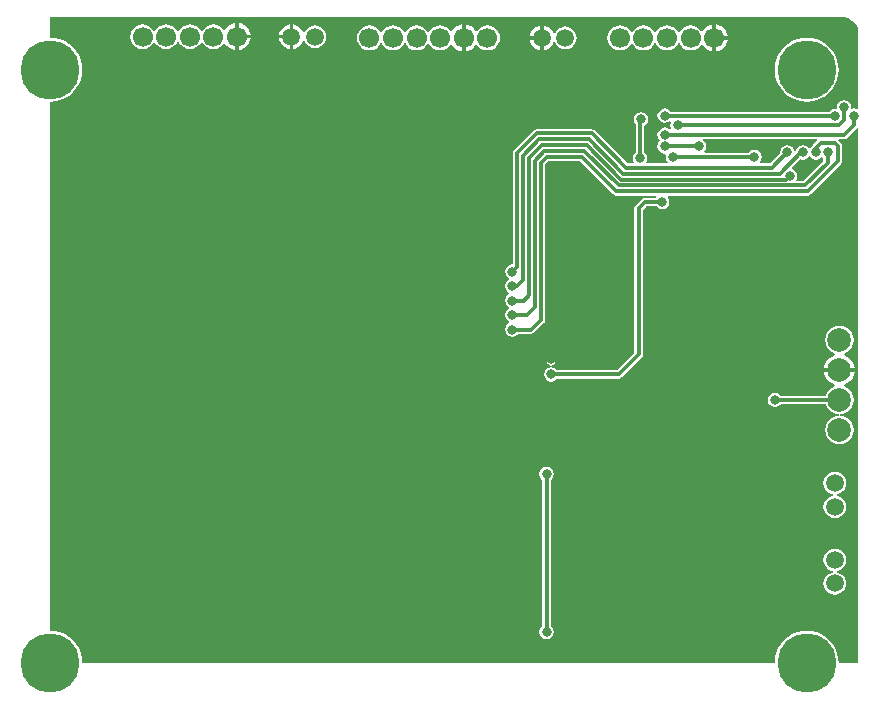
<source format=gtl>
G04 Layer_Physical_Order=1*
G04 Layer_Color=255*
%FSLAX25Y25*%
%MOIN*%
G70*
G01*
G75*
%ADD10C,0.01181*%
%ADD11C,0.19685*%
%ADD12C,0.05905*%
%ADD13C,0.06693*%
%ADD14C,0.07874*%
%ADD15C,0.03150*%
G36*
X285630Y234446D02*
X286961Y233538D01*
X288092Y232389D01*
X288976Y231049D01*
Y204288D01*
X288535Y204052D01*
X288323Y204194D01*
X287402Y204377D01*
X286999Y204297D01*
X286645Y204650D01*
X286660Y204724D01*
X286476Y205646D01*
X285954Y206427D01*
X285173Y206949D01*
X284251Y207133D01*
X283330Y206949D01*
X282548Y206427D01*
X282026Y205646D01*
X281843Y204724D01*
X281857Y204651D01*
X281504Y204297D01*
X281102Y204377D01*
X280181Y204194D01*
X279399Y203672D01*
X279200Y203374D01*
X226312D01*
X226113Y203672D01*
X225331Y204194D01*
X224410Y204377D01*
X223488Y204194D01*
X222706Y203672D01*
X222184Y202890D01*
X222001Y201969D01*
X222184Y201047D01*
X222706Y200266D01*
X223488Y199743D01*
X224410Y199560D01*
X225331Y199743D01*
X226071Y200238D01*
X226148Y200260D01*
X226252Y200246D01*
X226508Y199753D01*
X226508Y199706D01*
X226332Y198819D01*
X226508Y197931D01*
X226508Y197885D01*
X226252Y197391D01*
X226148Y197377D01*
X226071Y197400D01*
X225331Y197894D01*
X224410Y198078D01*
X223488Y197894D01*
X222706Y197372D01*
X222184Y196591D01*
X222001Y195669D01*
X222184Y194748D01*
X222674Y194015D01*
X222729Y193843D01*
Y193558D01*
X222674Y193387D01*
X222184Y192654D01*
X222001Y191732D01*
X222184Y190811D01*
X222706Y190029D01*
X223488Y189507D01*
X224410Y189324D01*
X224545Y189351D01*
X224900Y188912D01*
X224756Y188189D01*
X224940Y187267D01*
X225419Y186551D01*
X225282Y186051D01*
X218418D01*
X218151Y186551D01*
X218367Y186874D01*
X218550Y187795D01*
X218367Y188717D01*
X217845Y189498D01*
X217547Y189698D01*
Y198622D01*
X218238Y199084D01*
X218761Y199866D01*
X218944Y200787D01*
X218761Y201709D01*
X218238Y202490D01*
X217457Y203013D01*
X216535Y203196D01*
X215614Y203013D01*
X214832Y202490D01*
X214310Y201709D01*
X214127Y200787D01*
X214310Y199866D01*
X214737Y199227D01*
Y189698D01*
X214439Y189498D01*
X213917Y188717D01*
X213733Y187795D01*
X213917Y186874D01*
X214132Y186551D01*
X213865Y186051D01*
X212083D01*
X201077Y197056D01*
X200622Y197361D01*
X200084Y197468D01*
X181806D01*
X181268Y197361D01*
X180812Y197056D01*
X174203Y190447D01*
X173899Y189992D01*
X173792Y189454D01*
Y152548D01*
X173622Y152409D01*
X172700Y152225D01*
X171919Y151703D01*
X171397Y150922D01*
X171214Y150000D01*
X171397Y149078D01*
X171919Y148297D01*
X172563Y147866D01*
X172587Y147787D01*
Y147390D01*
X172563Y147311D01*
X171919Y146880D01*
X171397Y146099D01*
X171214Y145177D01*
X171397Y144255D01*
X171919Y143474D01*
X172563Y143043D01*
X172587Y142964D01*
Y142567D01*
X172563Y142488D01*
X171919Y142057D01*
X171397Y141276D01*
X171214Y140354D01*
X171397Y139433D01*
X171919Y138651D01*
X172563Y138221D01*
X172587Y138141D01*
Y137744D01*
X172563Y137665D01*
X171919Y137234D01*
X171397Y136453D01*
X171214Y135531D01*
X171397Y134610D01*
X171919Y133828D01*
X172563Y133398D01*
X172587Y133318D01*
Y132922D01*
X172563Y132842D01*
X171919Y132412D01*
X171397Y131630D01*
X171214Y130709D01*
X171397Y129787D01*
X171919Y129006D01*
X172700Y128483D01*
X173622Y128300D01*
X174544Y128483D01*
X175325Y129006D01*
X175524Y129304D01*
X179921D01*
X180459Y129411D01*
X180915Y129715D01*
X184064Y132865D01*
X184369Y133321D01*
X184476Y133858D01*
Y185610D01*
X185649Y186784D01*
X196240D01*
X207246Y175778D01*
X207702Y175474D01*
X208240Y175367D01*
X221392D01*
X221644Y174867D01*
X221472Y174633D01*
X217717D01*
X217179Y174526D01*
X216723Y174222D01*
X214755Y172253D01*
X214450Y171798D01*
X214343Y171260D01*
Y123023D01*
X208473Y117153D01*
X188516D01*
X188317Y117451D01*
X187536Y117973D01*
X186614Y118157D01*
X185693Y117973D01*
X184911Y117451D01*
X184389Y116670D01*
X184206Y115748D01*
X184389Y114826D01*
X184911Y114045D01*
X185693Y113523D01*
X186614Y113340D01*
X187536Y113523D01*
X188317Y114045D01*
X188516Y114343D01*
X209055D01*
X209593Y114450D01*
X210049Y114755D01*
X216741Y121448D01*
X217046Y121903D01*
X217153Y122441D01*
Y170678D01*
X218110Y171635D01*
X218299Y171823D01*
X221719D01*
X221919Y171525D01*
X222700Y171003D01*
X223622Y170820D01*
X224543Y171003D01*
X225325Y171525D01*
X225847Y172307D01*
X226030Y173228D01*
X225847Y174150D01*
X225481Y174697D01*
X225368Y174867D01*
X225505Y175367D01*
X272075D01*
X272613Y175474D01*
X273069Y175778D01*
X283277Y185986D01*
X283581Y186442D01*
X283688Y186980D01*
Y191732D01*
X283581Y192270D01*
X283277Y192726D01*
X282238Y193764D01*
X282440Y194264D01*
X284252D01*
X284790Y194371D01*
X285245Y194676D01*
X288395Y197826D01*
X288476Y197947D01*
X288976Y197795D01*
X288976Y19685D01*
X282458D01*
X282458Y19685D01*
X282327Y21353D01*
X281936Y22980D01*
X281296Y24526D01*
X280422Y25953D01*
X279335Y27225D01*
X278063Y28311D01*
X276636Y29186D01*
X275090Y29826D01*
X273463Y30217D01*
X271795Y30348D01*
X270127Y30217D01*
X268500Y29826D01*
X266954Y29186D01*
X265528Y28311D01*
X264255Y27225D01*
X263169Y25953D01*
X262295Y24526D01*
X261654Y22980D01*
X261264Y21353D01*
X261133Y19685D01*
X261133Y19685D01*
X30848Y19685D01*
X30348Y19685D01*
X30217Y21353D01*
X29826Y22980D01*
X29186Y24526D01*
X28311Y25953D01*
X27225Y27225D01*
X25953Y28311D01*
X24526Y29186D01*
X22980Y29826D01*
X21353Y30217D01*
X19685Y30348D01*
X19685Y30848D01*
X19685Y206660D01*
X19685Y206660D01*
X21353Y206791D01*
X22980Y207182D01*
X24526Y207822D01*
X25953Y208697D01*
X27225Y209783D01*
X28311Y211055D01*
X29186Y212482D01*
X29826Y214028D01*
X30217Y215655D01*
X30348Y217323D01*
X30217Y218991D01*
X29826Y220618D01*
X29186Y222164D01*
X28311Y223590D01*
X27225Y224863D01*
X25953Y225949D01*
X24526Y226823D01*
X22980Y227464D01*
X21353Y227854D01*
X19685Y227986D01*
X19685Y227986D01*
Y235039D01*
X284242Y235039D01*
X285630Y234446D01*
D02*
G37*
G36*
X275242Y193764D02*
X273809Y192332D01*
X273505Y191876D01*
X273473Y191716D01*
X273099Y191466D01*
X272887Y191149D01*
X272387D01*
X272175Y191466D01*
X271394Y191989D01*
X270472Y192172D01*
X269550Y191989D01*
X268769Y191466D01*
X268247Y190685D01*
X268168Y190289D01*
X267658D01*
X267580Y190685D01*
X267057Y191467D01*
X266276Y191989D01*
X265354Y192172D01*
X264433Y191989D01*
X263651Y191467D01*
X263129Y190685D01*
X262946Y189764D01*
X263016Y189412D01*
X259654Y186051D01*
X256214D01*
X256077Y186551D01*
X256556Y187267D01*
X256739Y188189D01*
X256556Y189111D01*
X256034Y189892D01*
X255252Y190414D01*
X254331Y190597D01*
X253409Y190414D01*
X252628Y189892D01*
X252429Y189594D01*
X237710D01*
X237573Y190094D01*
X238052Y190811D01*
X238235Y191732D01*
X238052Y192654D01*
X237530Y193435D01*
X237037Y193764D01*
X237189Y194264D01*
X275041D01*
X275242Y193764D01*
D02*
G37*
G36*
X273099Y188060D02*
X273881Y187538D01*
X274803Y187355D01*
X275724Y187538D01*
X276458Y188028D01*
X276628Y188084D01*
X276914D01*
X277086Y188028D01*
X277335Y187862D01*
Y186802D01*
X270678Y180145D01*
X268418D01*
X268151Y180645D01*
X268366Y180968D01*
X268550Y181889D01*
X268366Y182811D01*
X267844Y183592D01*
X267063Y184115D01*
X266845Y184158D01*
X266699Y184636D01*
X269593Y187530D01*
X270472Y187355D01*
X271394Y187538D01*
X272175Y188060D01*
X272387Y188378D01*
X272887D01*
X273099Y188060D01*
D02*
G37*
%LPC*%
G36*
X158071Y232442D02*
Y227953D01*
Y223464D01*
X158662Y223542D01*
X159764Y223998D01*
X160709Y224724D01*
X161350Y225559D01*
X161756Y225627D01*
X161948Y225601D01*
X162406Y225005D01*
X163270Y224342D01*
X164275Y223925D01*
X165354Y223783D01*
X166434Y223925D01*
X167439Y224342D01*
X168303Y225005D01*
X168965Y225868D01*
X169382Y226874D01*
X169524Y227953D01*
X169382Y229032D01*
X168965Y230037D01*
X168303Y230901D01*
X167439Y231564D01*
X166434Y231980D01*
X165354Y232122D01*
X164275Y231980D01*
X163270Y231564D01*
X162406Y230901D01*
X161948Y230304D01*
X161756Y230279D01*
X161350Y230347D01*
X160709Y231182D01*
X159764Y231908D01*
X158662Y232364D01*
X158071Y232442D01*
D02*
G37*
G36*
X245434Y227362D02*
X241535D01*
Y223464D01*
X242127Y223542D01*
X243228Y223998D01*
X244174Y224724D01*
X244900Y225669D01*
X245356Y226771D01*
X245434Y227362D01*
D02*
G37*
G36*
X271795Y227986D02*
X270127Y227854D01*
X268500Y227464D01*
X266954Y226823D01*
X265528Y225949D01*
X264255Y224863D01*
X263169Y223590D01*
X262295Y222164D01*
X261654Y220618D01*
X261264Y218991D01*
X261133Y217323D01*
X261264Y215655D01*
X261654Y214028D01*
X262295Y212482D01*
X263169Y211055D01*
X264255Y209783D01*
X265528Y208697D01*
X266954Y207822D01*
X268500Y207182D01*
X270127Y206791D01*
X271795Y206660D01*
X273463Y206791D01*
X275090Y207182D01*
X276636Y207822D01*
X278063Y208697D01*
X279335Y209783D01*
X280422Y211055D01*
X281296Y212482D01*
X281936Y214028D01*
X282327Y215655D01*
X282458Y217323D01*
X282327Y218991D01*
X281936Y220618D01*
X281296Y222164D01*
X280422Y223590D01*
X279335Y224863D01*
X278063Y225949D01*
X276636Y226823D01*
X275090Y227464D01*
X273463Y227854D01*
X271795Y227986D01*
D02*
G37*
G36*
X281102Y83300D02*
X280126Y83171D01*
X279216Y82795D01*
X278435Y82195D01*
X277835Y81414D01*
X277459Y80504D01*
X277330Y79528D01*
X277459Y78551D01*
X277835Y77641D01*
X278435Y76860D01*
X279216Y76261D01*
X280126Y75884D01*
X280437Y75843D01*
Y75338D01*
X280126Y75297D01*
X279216Y74921D01*
X278435Y74321D01*
X277835Y73540D01*
X277459Y72630D01*
X277330Y71654D01*
X277459Y70677D01*
X277835Y69767D01*
X278435Y68986D01*
X279216Y68387D01*
X280126Y68010D01*
X281102Y67881D01*
X282079Y68010D01*
X282989Y68387D01*
X283770Y68986D01*
X284369Y69767D01*
X284746Y70677D01*
X284875Y71654D01*
X284746Y72630D01*
X284369Y73540D01*
X283770Y74321D01*
X282989Y74921D01*
X282079Y75297D01*
X281768Y75338D01*
Y75843D01*
X282079Y75884D01*
X282989Y76261D01*
X283770Y76860D01*
X284369Y77641D01*
X284746Y78551D01*
X284875Y79528D01*
X284746Y80504D01*
X284369Y81414D01*
X283770Y82195D01*
X282989Y82795D01*
X282079Y83171D01*
X281102Y83300D01*
D02*
G37*
G36*
Y57709D02*
X280126Y57581D01*
X279216Y57204D01*
X278435Y56604D01*
X277835Y55823D01*
X277459Y54913D01*
X277330Y53937D01*
X277459Y52961D01*
X277835Y52051D01*
X278435Y51270D01*
X279216Y50670D01*
X280126Y50293D01*
X280437Y50252D01*
Y49748D01*
X280126Y49707D01*
X279216Y49330D01*
X278435Y48730D01*
X277835Y47949D01*
X277459Y47039D01*
X277330Y46063D01*
X277459Y45087D01*
X277835Y44177D01*
X278435Y43396D01*
X279216Y42796D01*
X280126Y42419D01*
X281102Y42291D01*
X282079Y42419D01*
X282989Y42796D01*
X283770Y43396D01*
X284369Y44177D01*
X284746Y45087D01*
X284875Y46063D01*
X284746Y47039D01*
X284369Y47949D01*
X283770Y48730D01*
X282989Y49330D01*
X282079Y49707D01*
X281768Y49748D01*
Y50252D01*
X282079Y50293D01*
X282989Y50670D01*
X283770Y51270D01*
X284369Y52051D01*
X284746Y52961D01*
X284875Y53937D01*
X284746Y54913D01*
X284369Y55823D01*
X283770Y56604D01*
X282989Y57204D01*
X282079Y57581D01*
X281102Y57709D01*
D02*
G37*
G36*
X185039Y84987D02*
X184118Y84804D01*
X183336Y84282D01*
X182814Y83500D01*
X182631Y82579D01*
X182814Y81657D01*
X183336Y80876D01*
X183634Y80677D01*
Y31824D01*
X183336Y31624D01*
X182814Y30843D01*
X182631Y29921D01*
X182814Y29000D01*
X183336Y28218D01*
X184118Y27696D01*
X185039Y27513D01*
X185961Y27696D01*
X186742Y28218D01*
X187265Y29000D01*
X187448Y29921D01*
X187265Y30843D01*
X186742Y31624D01*
X186444Y31824D01*
Y80677D01*
X186742Y80876D01*
X187265Y81657D01*
X187448Y82579D01*
X187265Y83500D01*
X186742Y84282D01*
X185961Y84804D01*
X185039Y84987D01*
D02*
G37*
G36*
X186614Y122271D02*
X186076Y122164D01*
X185621Y121860D01*
X185316Y121404D01*
X185209Y120866D01*
Y120079D01*
X185316Y119541D01*
X185621Y119085D01*
X185621Y119085D01*
X186077Y118781D01*
X186614Y118674D01*
X187152Y118781D01*
X187608Y119085D01*
X187912Y119541D01*
X188019Y120079D01*
X188019Y120080D01*
Y120866D01*
X187912Y121404D01*
X187608Y121860D01*
X187152Y122164D01*
X186614Y122271D01*
D02*
G37*
G36*
X282677Y131970D02*
X281444Y131807D01*
X280295Y131332D01*
X279308Y130574D01*
X278550Y129587D01*
X278074Y128438D01*
X277912Y127205D01*
X278074Y125971D01*
X278550Y124822D01*
X279308Y123835D01*
X280295Y123078D01*
X281260Y122678D01*
X281292Y122486D01*
X281235Y122147D01*
X280096Y121675D01*
X279027Y120855D01*
X278206Y119786D01*
X277691Y118541D01*
X277593Y117795D01*
X282677D01*
X287762D01*
X287664Y118541D01*
X287148Y119786D01*
X286327Y120855D01*
X285258Y121675D01*
X284119Y122147D01*
X284062Y122486D01*
X284094Y122678D01*
X285060Y123078D01*
X286047Y123835D01*
X286804Y124822D01*
X287280Y125971D01*
X287442Y127205D01*
X287280Y128438D01*
X286804Y129587D01*
X286047Y130574D01*
X285060Y131332D01*
X283910Y131807D01*
X282677Y131970D01*
D02*
G37*
G36*
X287762Y116614D02*
X282677D01*
X277593D01*
X277691Y115869D01*
X278206Y114624D01*
X279027Y113554D01*
X280096Y112734D01*
X281235Y112262D01*
X281292Y111924D01*
X281260Y111732D01*
X280295Y111331D01*
X279308Y110574D01*
X278550Y109587D01*
X278178Y108688D01*
X263123D01*
X262924Y108986D01*
X262142Y109509D01*
X261221Y109692D01*
X260299Y109509D01*
X259517Y108986D01*
X258995Y108205D01*
X258812Y107283D01*
X258995Y106362D01*
X259517Y105580D01*
X260299Y105058D01*
X261221Y104875D01*
X262142Y105058D01*
X262924Y105580D01*
X263123Y105878D01*
X278113D01*
X278550Y104822D01*
X279308Y103835D01*
X280295Y103078D01*
X281444Y102602D01*
X282321Y102486D01*
X282545Y102457D01*
Y101953D01*
X282321Y101923D01*
X281444Y101807D01*
X280295Y101331D01*
X279308Y100574D01*
X278550Y99587D01*
X278074Y98438D01*
X277912Y97205D01*
X278074Y95971D01*
X278550Y94822D01*
X279308Y93835D01*
X280295Y93078D01*
X281444Y92602D01*
X282677Y92440D01*
X283910Y92602D01*
X285060Y93078D01*
X286047Y93835D01*
X286804Y94822D01*
X287280Y95971D01*
X287442Y97205D01*
X287280Y98438D01*
X286804Y99587D01*
X286047Y100574D01*
X285060Y101331D01*
X283910Y101807D01*
X283033Y101923D01*
X282809Y101953D01*
Y102457D01*
X283033Y102486D01*
X283910Y102602D01*
X285060Y103078D01*
X286047Y103835D01*
X286804Y104822D01*
X287280Y105971D01*
X287442Y107205D01*
X287280Y108438D01*
X286804Y109587D01*
X286047Y110574D01*
X285060Y111331D01*
X284094Y111732D01*
X284062Y111924D01*
X284119Y112262D01*
X285258Y112734D01*
X286327Y113554D01*
X287148Y114624D01*
X287664Y115869D01*
X287762Y116614D01*
D02*
G37*
G36*
X82480Y232835D02*
Y228937D01*
X86379D01*
X86301Y229528D01*
X85845Y230630D01*
X85119Y231576D01*
X84173Y232301D01*
X83072Y232757D01*
X82480Y232835D01*
D02*
G37*
G36*
X99410Y232438D02*
X98921Y232374D01*
X97915Y231957D01*
X97052Y231295D01*
X96389Y230431D01*
X95973Y229426D01*
X95908Y228937D01*
X99410D01*
Y232438D01*
D02*
G37*
G36*
X241535Y232442D02*
Y228543D01*
X245434D01*
X245356Y229135D01*
X244900Y230236D01*
X244174Y231182D01*
X243228Y231908D01*
X242127Y232364D01*
X241535Y232442D01*
D02*
G37*
G36*
X81299Y232835D02*
X80708Y232757D01*
X79606Y232301D01*
X78661Y231576D01*
X78020Y230740D01*
X77614Y230672D01*
X77422Y230698D01*
X76964Y231295D01*
X76100Y231957D01*
X75095Y232374D01*
X74016Y232516D01*
X72937Y232374D01*
X71931Y231957D01*
X71067Y231295D01*
X70405Y230431D01*
X70329Y230247D01*
X69829D01*
X69753Y230431D01*
X69090Y231295D01*
X68226Y231957D01*
X67221Y232374D01*
X66142Y232516D01*
X65063Y232374D01*
X64057Y231957D01*
X63193Y231295D01*
X62531Y230431D01*
X62455Y230247D01*
X61955D01*
X61879Y230431D01*
X61216Y231295D01*
X60352Y231957D01*
X59347Y232374D01*
X58268Y232516D01*
X57189Y232374D01*
X56183Y231957D01*
X55319Y231295D01*
X54657Y230431D01*
X54581Y230247D01*
X54081D01*
X54005Y230431D01*
X53342Y231295D01*
X52478Y231957D01*
X51473Y232374D01*
X50394Y232516D01*
X49315Y232374D01*
X48309Y231957D01*
X47445Y231295D01*
X46783Y230431D01*
X46366Y229426D01*
X46224Y228346D01*
X46366Y227267D01*
X46783Y226262D01*
X47445Y225398D01*
X48309Y224736D01*
X49315Y224319D01*
X50394Y224177D01*
X51473Y224319D01*
X52478Y224736D01*
X53342Y225398D01*
X54005Y226262D01*
X54081Y226445D01*
X54581D01*
X54657Y226262D01*
X55319Y225398D01*
X56183Y224736D01*
X57189Y224319D01*
X58268Y224177D01*
X59347Y224319D01*
X60352Y224736D01*
X61216Y225398D01*
X61879Y226262D01*
X61955Y226445D01*
X62455D01*
X62531Y226262D01*
X63193Y225398D01*
X64057Y224736D01*
X65063Y224319D01*
X66142Y224177D01*
X67221Y224319D01*
X68226Y224736D01*
X69090Y225398D01*
X69753Y226262D01*
X69829Y226445D01*
X70329D01*
X70405Y226262D01*
X71067Y225398D01*
X71931Y224736D01*
X72937Y224319D01*
X74016Y224177D01*
X75095Y224319D01*
X76100Y224736D01*
X76964Y225398D01*
X77422Y225995D01*
X77614Y226021D01*
X78020Y225953D01*
X78661Y225117D01*
X79606Y224392D01*
X80708Y223935D01*
X81299Y223858D01*
Y228346D01*
Y232835D01*
D02*
G37*
G36*
X156890Y232442D02*
X156298Y232364D01*
X155197Y231908D01*
X154251Y231182D01*
X153610Y230347D01*
X153205Y230279D01*
X153013Y230304D01*
X152555Y230901D01*
X151691Y231564D01*
X150685Y231980D01*
X149606Y232122D01*
X148527Y231980D01*
X147521Y231564D01*
X146658Y230901D01*
X145995Y230037D01*
X145919Y229854D01*
X145419D01*
X145343Y230037D01*
X144681Y230901D01*
X143817Y231564D01*
X142811Y231980D01*
X141732Y232122D01*
X140653Y231980D01*
X139647Y231564D01*
X138784Y230901D01*
X138121Y230037D01*
X138045Y229854D01*
X137545D01*
X137469Y230037D01*
X136807Y230901D01*
X135943Y231564D01*
X134937Y231980D01*
X133858Y232122D01*
X132779Y231980D01*
X131773Y231564D01*
X130910Y230901D01*
X130247Y230037D01*
X130171Y229854D01*
X129671D01*
X129595Y230037D01*
X128932Y230901D01*
X128069Y231564D01*
X127063Y231980D01*
X125984Y232122D01*
X124905Y231980D01*
X123899Y231564D01*
X123036Y230901D01*
X122373Y230037D01*
X121957Y229032D01*
X121815Y227953D01*
X121957Y226874D01*
X122373Y225868D01*
X123036Y225005D01*
X123899Y224342D01*
X124905Y223925D01*
X125984Y223783D01*
X127063Y223925D01*
X128069Y224342D01*
X128932Y225005D01*
X129595Y225868D01*
X129671Y226052D01*
X130171D01*
X130247Y225868D01*
X130910Y225005D01*
X131773Y224342D01*
X132779Y223925D01*
X133858Y223783D01*
X134937Y223925D01*
X135943Y224342D01*
X136807Y225005D01*
X137469Y225868D01*
X137545Y226052D01*
X138045D01*
X138121Y225868D01*
X138784Y225005D01*
X139647Y224342D01*
X140653Y223925D01*
X141732Y223783D01*
X142811Y223925D01*
X143817Y224342D01*
X144681Y225005D01*
X145343Y225868D01*
X145419Y226052D01*
X145919D01*
X145995Y225868D01*
X146658Y225005D01*
X147521Y224342D01*
X148527Y223925D01*
X149606Y223783D01*
X150685Y223925D01*
X151691Y224342D01*
X152555Y225005D01*
X153013Y225601D01*
X153205Y225627D01*
X153610Y225559D01*
X154251Y224724D01*
X155197Y223998D01*
X156298Y223542D01*
X156890Y223464D01*
Y227953D01*
Y232442D01*
D02*
G37*
G36*
X240354Y232442D02*
X239763Y232364D01*
X238662Y231908D01*
X237716Y231182D01*
X237075Y230347D01*
X236669Y230279D01*
X236477Y230304D01*
X236019Y230901D01*
X235156Y231564D01*
X234150Y231980D01*
X233071Y232122D01*
X231992Y231980D01*
X230986Y231564D01*
X230123Y230901D01*
X229460Y230037D01*
X229384Y229854D01*
X228884D01*
X228808Y230037D01*
X228145Y230901D01*
X227282Y231564D01*
X226276Y231980D01*
X225197Y232122D01*
X224118Y231980D01*
X223112Y231564D01*
X222249Y230901D01*
X221586Y230037D01*
X221510Y229854D01*
X221010D01*
X220934Y230037D01*
X220271Y230901D01*
X219408Y231564D01*
X218402Y231980D01*
X217323Y232122D01*
X216244Y231980D01*
X215238Y231564D01*
X214374Y230901D01*
X213712Y230037D01*
X213636Y229854D01*
X213136D01*
X213060Y230037D01*
X212397Y230901D01*
X211534Y231564D01*
X210528Y231980D01*
X209449Y232122D01*
X208370Y231980D01*
X207364Y231564D01*
X206501Y230901D01*
X205838Y230037D01*
X205421Y229032D01*
X205279Y227953D01*
X205421Y226874D01*
X205838Y225868D01*
X206501Y225004D01*
X207364Y224342D01*
X208370Y223925D01*
X209449Y223783D01*
X210528Y223925D01*
X211534Y224342D01*
X212397Y225004D01*
X213060Y225868D01*
X213136Y226052D01*
X213636D01*
X213712Y225868D01*
X214374Y225004D01*
X215238Y224342D01*
X216244Y223925D01*
X217323Y223783D01*
X218402Y223925D01*
X219408Y224342D01*
X220271Y225004D01*
X220934Y225868D01*
X221010Y226052D01*
X221510D01*
X221586Y225868D01*
X222249Y225004D01*
X223112Y224342D01*
X224118Y223925D01*
X225197Y223783D01*
X226276Y223925D01*
X227282Y224342D01*
X228145Y225004D01*
X228808Y225868D01*
X228884Y226052D01*
X229384D01*
X229460Y225868D01*
X230123Y225004D01*
X230986Y224342D01*
X231992Y223925D01*
X233071Y223783D01*
X234150Y223925D01*
X235156Y224342D01*
X236019Y225004D01*
X236477Y225601D01*
X236669Y225627D01*
X237075Y225559D01*
X237716Y224724D01*
X238662Y223998D01*
X239763Y223542D01*
X240354Y223464D01*
Y227953D01*
Y232442D01*
D02*
G37*
G36*
X184055Y232045D02*
Y227953D01*
Y223861D01*
X184544Y223925D01*
X185549Y224342D01*
X186413Y225005D01*
X187075Y225868D01*
X187344Y226516D01*
X187885D01*
X188072Y226067D01*
X188671Y225285D01*
X189452Y224686D01*
X190362Y224309D01*
X191339Y224180D01*
X192315Y224309D01*
X193225Y224686D01*
X194006Y225285D01*
X194606Y226067D01*
X194982Y226976D01*
X195111Y227953D01*
X194982Y228929D01*
X194606Y229839D01*
X194006Y230620D01*
X193225Y231220D01*
X192315Y231597D01*
X191339Y231725D01*
X190362Y231597D01*
X189452Y231220D01*
X188671Y230620D01*
X188072Y229839D01*
X187885Y229389D01*
X187344D01*
X187075Y230037D01*
X186413Y230901D01*
X185549Y231564D01*
X184544Y231980D01*
X184055Y232045D01*
D02*
G37*
G36*
X182874Y227362D02*
X179373D01*
X179437Y226874D01*
X179854Y225868D01*
X180516Y225005D01*
X181380Y224342D01*
X182385Y223925D01*
X182874Y223861D01*
Y227362D01*
D02*
G37*
G36*
X86379Y227756D02*
X82480D01*
Y223858D01*
X83072Y223935D01*
X84173Y224392D01*
X85119Y225117D01*
X85845Y226063D01*
X86301Y227165D01*
X86379Y227756D01*
D02*
G37*
G36*
X182874Y232045D02*
X182385Y231980D01*
X181380Y231564D01*
X180516Y230901D01*
X179854Y230037D01*
X179437Y229032D01*
X179373Y228543D01*
X182874D01*
Y232045D01*
D02*
G37*
G36*
X100591Y232438D02*
Y228346D01*
Y224255D01*
X101079Y224319D01*
X102085Y224736D01*
X102948Y225398D01*
X103611Y226262D01*
X103879Y226910D01*
X104421D01*
X104607Y226460D01*
X105207Y225679D01*
X105988Y225079D01*
X106898Y224703D01*
X107874Y224574D01*
X108850Y224703D01*
X109760Y225079D01*
X110541Y225679D01*
X111141Y226460D01*
X111518Y227370D01*
X111646Y228346D01*
X111518Y229323D01*
X111141Y230233D01*
X110541Y231014D01*
X109760Y231613D01*
X108850Y231990D01*
X107874Y232119D01*
X106898Y231990D01*
X105988Y231613D01*
X105207Y231014D01*
X104607Y230233D01*
X104421Y229783D01*
X103879D01*
X103611Y230431D01*
X102948Y231295D01*
X102085Y231957D01*
X101079Y232374D01*
X100591Y232438D01*
D02*
G37*
G36*
X99410Y227756D02*
X95908D01*
X95973Y227267D01*
X96389Y226262D01*
X97052Y225398D01*
X97915Y224736D01*
X98921Y224319D01*
X99410Y224255D01*
Y227756D01*
D02*
G37*
%LPD*%
D10*
X222835Y172834D02*
X223622D01*
X215748Y122441D02*
Y171260D01*
X209055Y115748D02*
X215748Y122441D01*
X186614Y115748D02*
X209055D01*
X179921Y130709D02*
X183071Y133858D01*
X173622Y150000D02*
X175197Y151575D01*
X175098Y145177D02*
X177165Y147244D01*
X177362Y140354D02*
X179134Y142126D01*
X178445Y135531D02*
X181102Y138189D01*
X185039Y30315D02*
Y82579D01*
X261221Y107283D02*
X282598D01*
X282677Y107205D01*
X186614Y120079D02*
Y120866D01*
Y120079D02*
X186614Y120079D01*
X215748Y171260D02*
X217717Y173228D01*
X223622D01*
X222835Y172835D02*
X222835Y172834D01*
X280315Y201969D02*
X281102Y202756D01*
X224410Y191732D02*
X235827D01*
X224410Y201969D02*
X280315D01*
X284252Y200394D02*
Y204723D01*
X284251Y204724D02*
X284252Y204723D01*
X282677Y198819D02*
X284252Y200394D01*
X287402Y201969D02*
Y202756D01*
Y198819D02*
Y201969D01*
X227165Y188189D02*
X254331D01*
X216142Y200394D02*
X216535Y200787D01*
X224410Y195669D02*
X284252D01*
X287402Y198819D01*
X274803Y189763D02*
Y191338D01*
X276378Y192913D01*
X281102D01*
X282283Y191732D01*
X173622Y130709D02*
X179921D01*
X173622Y135531D02*
X178445D01*
X173622Y140354D02*
X177362D01*
X173622Y145177D02*
X175098D01*
X260236Y184646D02*
X265354Y189764D01*
X269839Y189763D02*
X270472D01*
X262753Y182677D02*
X269839Y189763D01*
X282283Y186980D02*
Y191732D01*
X282676Y198819D02*
X282677Y198819D01*
X228740Y198819D02*
X282676D01*
X184646Y29921D02*
X185039Y30315D01*
X177165Y147244D02*
Y188639D01*
X175197Y151575D02*
Y189454D01*
X181806Y196063D01*
X209871Y180709D02*
X264961D01*
X266141Y181889D01*
X271260Y178740D02*
X278740Y186221D01*
Y189764D01*
X183071Y133858D02*
Y186193D01*
X185067Y188189D01*
X196822D01*
X208240Y176772D01*
X272075D01*
X282283Y186980D01*
X181102Y138189D02*
Y187008D01*
X184252Y190157D01*
X197638D01*
X209055Y178740D01*
X271260D01*
X179134Y142126D02*
Y187823D01*
X183437Y192126D01*
X198453D01*
X209871Y180709D01*
X177165Y188639D02*
X182621Y194095D01*
X199269D01*
X181806Y196063D02*
X200084D01*
X211501Y184646D01*
X199269Y194095D02*
X210686Y182677D01*
X262753D01*
X211501Y184646D02*
X260236D01*
X216142Y187795D02*
Y200394D01*
D11*
X19685Y217323D02*
D03*
X271795D02*
D03*
X19685Y19685D02*
D03*
X271795D02*
D03*
D12*
X281102Y79528D02*
D03*
Y71654D02*
D03*
Y53937D02*
D03*
Y46063D02*
D03*
X100000Y228346D02*
D03*
X107874D02*
D03*
X183465Y227953D02*
D03*
X191339D02*
D03*
D13*
X50394Y228346D02*
D03*
X58268D02*
D03*
X66142Y228346D02*
D03*
X74016Y228346D02*
D03*
X81890D02*
D03*
X125984Y227953D02*
D03*
X133858D02*
D03*
X141732D02*
D03*
X149606D02*
D03*
X157480D02*
D03*
X165354D02*
D03*
X209449Y227953D02*
D03*
X217323D02*
D03*
X225197D02*
D03*
X233071D02*
D03*
X240945D02*
D03*
D14*
X282677Y127205D02*
D03*
Y117205D02*
D03*
Y107205D02*
D03*
Y97205D02*
D03*
D15*
X60630Y34252D02*
D03*
X259252Y163976D02*
D03*
X185039Y29921D02*
D03*
Y82579D02*
D03*
X184252Y98425D02*
D03*
X212992Y112992D02*
D03*
X190847Y82579D02*
D03*
X269685Y37402D02*
D03*
X261221Y107283D02*
D03*
X186614Y120866D02*
D03*
Y115748D02*
D03*
X223622Y173228D02*
D03*
X209842Y125984D02*
D03*
X227559Y173228D02*
D03*
X235827Y191732D02*
D03*
X224410D02*
D03*
X284251Y204724D02*
D03*
X281102Y201969D02*
D03*
X287402D02*
D03*
X254331Y188189D02*
D03*
X227165D02*
D03*
X216535Y200787D02*
D03*
X224410Y195669D02*
D03*
Y201969D02*
D03*
X264547Y57500D02*
D03*
Y83091D02*
D03*
X274803Y189763D02*
D03*
X278740Y189764D02*
D03*
X270472Y189763D02*
D03*
X265354Y189764D02*
D03*
X173622Y130709D02*
D03*
Y135531D02*
D03*
Y140354D02*
D03*
Y145177D02*
D03*
Y150000D02*
D03*
X186614Y133858D02*
D03*
X266141Y181889D02*
D03*
X228740Y198819D02*
D03*
X209842Y152756D02*
D03*
X203150Y108661D02*
D03*
X238583Y107874D02*
D03*
X231890Y109843D02*
D03*
X140945Y91338D02*
D03*
Y98425D02*
D03*
Y105512D02*
D03*
Y112598D02*
D03*
Y119685D02*
D03*
Y126771D02*
D03*
Y133858D02*
D03*
Y140945D02*
D03*
Y148031D02*
D03*
X148031Y91338D02*
D03*
Y98425D02*
D03*
Y105512D02*
D03*
Y112598D02*
D03*
Y119685D02*
D03*
Y126771D02*
D03*
Y133858D02*
D03*
Y140945D02*
D03*
Y148031D02*
D03*
X155118Y91338D02*
D03*
Y98425D02*
D03*
Y105512D02*
D03*
Y112598D02*
D03*
Y119685D02*
D03*
Y126771D02*
D03*
Y133858D02*
D03*
Y140945D02*
D03*
Y148031D02*
D03*
X186614Y144882D02*
D03*
Y151181D02*
D03*
X186614Y182677D02*
D03*
Y163779D02*
D03*
X216142Y187795D02*
D03*
M02*

</source>
